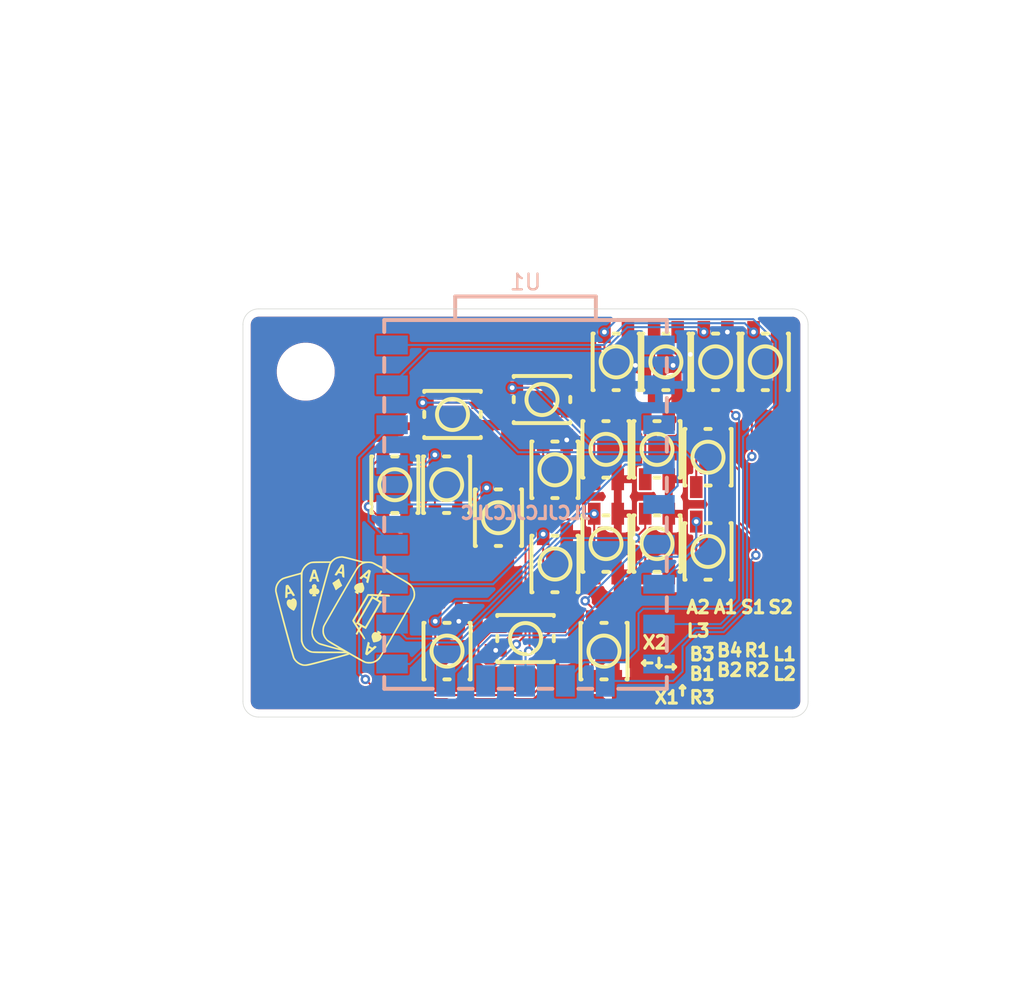
<source format=kicad_pcb>
(kicad_pcb (version 20240108) (generator "pcbnew") (generator_version "8.0")
  (layers (0 "F.Cu" jumper "Front") (31 "B.Cu" signal "Back") (34 "B.Paste" user) (35 "F.Paste" user) (36 "B.SilkS" user "B.Silkscreen") (37 "F.SilkS" user "F.Silkscreen") (38 "B.Mask" user) (39 "F.Mask" user) (44 "Edge.Cuts" user))
  (net 0 "")
  (net 1 "R2")
  (net 2 "GND")
  (net 3 "+5V")
  (net 4 "S2")
  (net 5 "S1")
  (net 6 "UP")
  (net 7 "DOWN")
  (net 8 "RIGHT")
  (net 9 "LEFT")
  (net 10 "B1")
  (net 11 "B2")
  (net 12 "L2")
  (net 13 "B3")
  (net 14 "B4")
  (net 15 "R1")
  (net 16 "L1")
  (net 17 "A1")
  (net 18 "A2")
  (net 19 "L3")
  (net 20 "R3")
  (net 21 "X1")
  (net 22 "X2")
  (net 23 "+3.3V")
  (footprint "easyeda:SW-SMD_4P-L3.6-W3.0-P1.50-LS4.7" (layer "F.Cu") (at 142.975 98.2 90)
    (property "Reference" "SW2" (hide yes))
    (property "Value" "GT-TC030A-H020-L1N")
    (pad "1" smd rect (at -1.9 -0.75 180) (size 0.8 1.4) (layers "F.Cu" "F.Paste" "F.Mask") (net 7 "DOWN"))
    (pad "2" smd rect (at 1.9 -0.75 180) (size 0.8 1.4) (layers "F.Cu" "F.Paste" "F.Mask") (net 7 "DOWN"))
    (pad "3" smd rect (at -1.9 0.75) (size 0.8 1.4) (layers "F.Cu" "F.Paste" "F.Mask") (net 2 "GND"))
    (pad "4" smd rect (at 1.9 0.75) (size 0.8 1.4) (layers "F.Cu" "F.Paste" "F.Mask") (net 2 "GND"))
  )
  (footprint "easyeda:SW-SMD_4P-L3.6-W3.0-P1.50-LS4.7" (layer "F.Cu") (at 149.875 103.25 90)
    (property "Reference" "SW9" (hide yes))
    (property "Value" "GT-TC030A-H020-L1N")
    (pad "1" smd rect (at -1.9 -0.75 180) (size 0.8 1.4) (layers "F.Cu" "F.Paste" "F.Mask") (net 10 "B1"))
    (pad "2" smd rect (at 1.9 -0.75 180) (size 0.8 1.4) (layers "F.Cu" "F.Paste" "F.Mask") (net 10 "B1"))
    (pad "3" smd rect (at -1.9 0.75) (size 0.8 1.4) (layers "F.Cu" "F.Paste" "F.Mask") (net 2 "GND"))
    (pad "4" smd rect (at 1.9 0.75) (size 0.8 1.4) (layers "F.Cu" "F.Paste" "F.Mask") (net 2 "GND"))
  )
  (footprint "easyeda:SW-SMD_4P-L3.6-W3.0-P1.50-LS4.7" (layer "F.Cu") (at 153.125 101.95 90)
    (property "Reference" "SW10" (hide yes))
    (property "Value" "GT-TC030A-H020-L1N")
    (pad "1" smd rect (at -1.9 -0.75 180) (size 0.8 1.4) (layers "F.Cu" "F.Paste" "F.Mask") (net 11 "B2"))
    (pad "2" smd rect (at 1.9 -0.75 180) (size 0.8 1.4) (layers "F.Cu" "F.Paste" "F.Mask") (net 11 "B2"))
    (pad "3" smd rect (at -1.9 0.75) (size 0.8 1.4) (layers "F.Cu" "F.Paste" "F.Mask") (net 2 "GND"))
    (pad "4" smd rect (at 1.9 0.75) (size 0.8 1.4) (layers "F.Cu" "F.Paste" "F.Mask") (net 2 "GND"))
  )
  (footprint "easyeda:SW-SMD_4P-L3.6-W3.0-P1.50-LS4.7" (layer "F.Cu") (at 156.941666 90.375 90)
    (property "Reference" "SW18" (hide yes))
    (property "Value" "GT-TC030A-H020-L1N")
    (pad "1" smd rect (at -1.9 -0.75 180) (size 0.8 1.4) (layers "F.Cu" "F.Paste" "F.Mask") (net 17 "A1"))
    (pad "2" smd rect (at 1.9 -0.75 180) (size 0.8 1.4) (layers "F.Cu" "F.Paste" "F.Mask") (net 17 "A1"))
    (pad "3" smd rect (at -1.9 0.75) (size 0.8 1.4) (layers "F.Cu" "F.Paste" "F.Mask") (net 2 "GND"))
    (pad "4" smd rect (at 1.9 0.75) (size 0.8 1.4) (layers "F.Cu" "F.Paste" "F.Mask") (net 2 "GND"))
  )
  (footprint "easyeda:SW-SMD_4P-L3.6-W3.0-P1.50-LS4.7" (layer "F.Cu") (at 159.625 96.45 90)
    (property "Reference" "SW8" (hide yes))
    (property "Value" "GT-TC030A-H020-L1N")
    (pad "1" smd rect (at -1.9 -0.75 180) (size 0.8 1.4) (layers "F.Cu" "F.Paste" "F.Mask") (net 16 "L1"))
    (pad "2" smd rect (at 1.9 -0.75 180) (size 0.8 1.4) (layers "F.Cu" "F.Paste" "F.Mask") (net 16 "L1"))
    (pad "3" smd rect (at -1.9 0.75) (size 0.8 1.4) (layers "F.Cu" "F.Paste" "F.Mask") (net 2 "GND"))
    (pad "4" smd rect (at 1.9 0.75) (size 0.8 1.4) (layers "F.Cu" "F.Paste" "F.Mask") (net 2 "GND"))
  )
  (footprint "easyeda:SW-SMD_4P-L3.6-W3.0-P1.50-LS4.7" (layer "F.Cu") (at 153.775 90.375 90)
    (property "Reference" "SW17" (hide yes))
    (property "Value" "GT-TC030A-H020-L1N")
    (pad "1" smd rect (at -1.9 -0.75 180) (size 0.8 1.4) (layers "F.Cu" "F.Paste" "F.Mask") (net 18 "A2"))
    (pad "2" smd rect (at 1.9 -0.75 180) (size 0.8 1.4) (layers "F.Cu" "F.Paste" "F.Mask") (net 18 "A2"))
    (pad "3" smd rect (at -1.9 0.75) (size 0.8 1.4) (layers "F.Cu" "F.Paste" "F.Mask") (net 2 "GND"))
    (pad "4" smd rect (at 1.9 0.75) (size 0.8 1.4) (layers "F.Cu" "F.Paste" "F.Mask") (net 2 "GND"))
  )
  (footprint "easyeda:SW-SMD_4P-L3.6-W3.0-P1.50-LS4.7" (layer "F.Cu") (at 160.108332 90.375 90)
    (property "Reference" "SW20" (hide yes))
    (property "Value" "GT-TC030A-H020-L1N" (hide yes))
    (pad "1" smd rect (at -1.9 -0.75 180) (size 0.8 1.4) (layers "F.Cu" "F.Paste" "F.Mask") (net 4 "S2"))
    (pad "2" smd rect (at 1.9 -0.75 180) (size 0.8 1.4) (layers "F.Cu" "F.Paste" "F.Mask") (net 4 "S2"))
    (pad "3" smd rect (at -1.9 0.75) (size 0.8 1.4) (layers "F.Cu" "F.Paste" "F.Mask") (net 2 "GND"))
    (pad "4" smd rect (at 1.9 0.75) (size 0.8 1.4) (layers "F.Cu" "F.Paste" "F.Mask") (net 2 "GND"))
  )
  (footprint "easyeda:SW-SMD_4P-L3.6-W3.0-P1.50-LS4.7" (layer "F.Cu") (at 159.625 102.45 90)
    (property "Reference" "SW12" (hide yes))
    (property "Value" "GT-TC030A-H020-L1N")
    (pad "1" smd rect (at -1.9 -0.75 180) (size 0.8 1.4) (layers "F.Cu" "F.Paste" "F.Mask") (net 12 "L2"))
    (pad "2" smd rect (at 1.9 -0.75 180) (size 0.8 1.4) (layers "F.Cu" "F.Paste" "F.Mask") (net 12 "L2"))
    (pad "3" smd rect (at -1.9 0.75) (size 0.8 1.4) (layers "F.Cu" "F.Paste" "F.Mask") (net 2 "GND"))
    (pad "4" smd rect (at 1.9 0.75) (size 0.8 1.4) (layers "F.Cu" "F.Paste" "F.Mask") (net 2 "GND"))
  )
  (footprint "easyeda:SW-SMD_4P-L3.6-W3.0-P1.50-LS4.7" (layer "F.Cu") (at 156.375 95.95 90)
    (property "Reference" "SW7" (hide yes))
    (property "Value" "GT-TC030A-H020-L1N")
    (pad "1" smd rect (at -1.9 -0.75 180) (size 0.8 1.4) (layers "F.Cu" "F.Paste" "F.Mask") (net 15 "R1"))
    (pad "2" smd rect (at 1.9 -0.75 180) (size 0.8 1.4) (layers "F.Cu" "F.Paste" "F.Mask") (net 15 "R1"))
    (pad "3" smd rect (at -1.9 0.75) (size 0.8 1.4) (layers "F.Cu" "F.Paste" "F.Mask") (net 2 "GND"))
    (pad "4" smd rect (at 1.9 0.75) (size 0.8 1.4) (layers "F.Cu" "F.Paste" "F.Mask") (net 2 "GND"))
  )
  (footprint "easyeda:SW-SMD_4P-L3.6-W3.0-P1.50-LS4.7" (layer "F.Cu") (at 153 108.8 90)
    (property "Reference" "SW15" (hide yes))
    (property "Value" "GT-TC030A-H020-L1N" (hide yes))
    (pad "1" smd rect (at -1.9 -0.75 180) (size 0.8 1.4) (layers "F.Cu" "F.Paste" "F.Mask") (net 20 "R3"))
    (pad "2" smd rect (at 1.9 -0.75 180) (size 0.8 1.4) (layers "F.Cu" "F.Paste" "F.Mask") (net 20 "R3"))
    (pad "3" smd rect (at -1.9 0.75) (size 0.8 1.4) (layers "F.Cu" "F.Paste" "F.Mask") (net 2 "GND"))
    (pad "4" smd rect (at 1.9 0.75) (size 0.8 1.4) (layers "F.Cu" "F.Paste" "F.Mask") (net 2 "GND"))
  )
  (footprint "easyeda:SW-SMD_4P-L3.6-W3.0-P1.50-LS4.7" (layer "F.Cu") (at 139.675 98.2 90)
    (property "Reference" "SW1" (hide yes))
    (property "Value" "GT-TC030A-H020-L1N")
    (pad "1" smd rect (at -1.9 -0.75 180) (size 0.8 1.4) (layers "F.Cu" "F.Paste" "F.Mask") (net 9 "LEFT"))
    (pad "2" smd rect (at 1.9 -0.75 180) (size 0.8 1.4) (layers "F.Cu" "F.Paste" "F.Mask") (net 9 "LEFT"))
    (pad "3" smd rect (at -1.9 0.75) (size 0.8 1.4) (layers "F.Cu" "F.Paste" "F.Mask") (net 2 "GND"))
    (pad "4" smd rect (at 1.9 0.75) (size 0.8 1.4) (layers "F.Cu" "F.Paste" "F.Mask") (net 2 "GND"))
  )
  (footprint "easyeda:SW-SMD_4P-L3.6-W3.0-P1.50-LS4.7" (layer "F.Cu") (at 143.35 93.725)
    (property "Reference" "SW13" (hide yes))
    (property "Value" "GT-TC030A-H020-L1N")
    (pad "1" smd rect (at -1.9 -0.75 90) (size 0.8 1.4) (layers "F.Cu" "F.Paste" "F.Mask") (net 21 "X1"))
    (pad "2" smd rect (at 1.9 -0.75 90) (size 0.8 1.4) (layers "F.Cu" "F.Paste" "F.Mask") (net 21 "X1"))
    (pad "3" smd rect (at -1.9 0.75 270) (size 0.8 1.4) (layers "F.Cu" "F.Paste" "F.Mask") (net 2 "GND"))
    (pad "4" smd rect (at 1.9 0.75 270) (size 0.8 1.4) (layers "F.Cu" "F.Paste" "F.Mask") (net 2 "GND"))
  )
  (footprint "easyeda:SW-SMD_4P-L3.6-W3.0-P1.50-LS4.7" (layer "F.Cu") (at 156.375 101.95 90)
    (property "Reference" "SW11" (hide yes))
    (property "Value" "GT-TC030A-H020-L1N")
    (pad "1" smd rect (at -1.9 -0.75 180) (size 0.8 1.4) (layers "F.Cu" "F.Paste" "F.Mask") (net 1 "R2"))
    (pad "2" smd rect (at 1.9 -0.75 180) (size 0.8 1.4) (layers "F.Cu" "F.Paste" "F.Mask") (net 1 "R2"))
    (pad "3" smd rect (at -1.9 0.75) (size 0.8 1.4) (layers "F.Cu" "F.Paste" "F.Mask") (net 2 "GND"))
    (pad "4" smd rect (at 1.9 0.75) (size 0.8 1.4) (layers "F.Cu" "F.Paste" "F.Mask") (net 2 "GND"))
  )
  (footprint "easyeda:SW-SMD_4P-L3.6-W3.0-P1.50-LS4.7" (layer "F.Cu") (at 148 108)
    (property "Reference" "SW4" (hide yes))
    (property "Value" "GT-TC030A-H020-L1N")
    (pad "1" smd rect (at -1.9 -0.75 90) (size 0.8 1.4) (layers "F.Cu" "F.Paste" "F.Mask") (net 6 "UP"))
    (pad "2" smd rect (at 1.9 -0.75 90) (size 0.8 1.4) (layers "F.Cu" "F.Paste" "F.Mask") (net 6 "UP"))
    (pad "3" smd rect (at -1.9 0.75 270) (size 0.8 1.4) (layers "F.Cu" "F.Paste" "F.Mask") (net 2 "GND"))
    (pad "4" smd rect (at 1.9 0.75 270) (size 0.8 1.4) (layers "F.Cu" "F.Paste" "F.Mask") (net 2 "GND"))
  )
  (footprint "easyeda:SW-SMD_4P-L3.6-W3.0-P1.50-LS4.7" (layer "F.Cu") (at 153.125 95.95 90)
    (property "Reference" "SW6" (hide yes))
    (property "Value" "GT-TC030A-H020-L1N")
    (pad "1" smd rect (at -1.9 -0.75 180) (size 0.8 1.4) (layers "F.Cu" "F.Paste" "F.Mask") (net 14 "B4"))
    (pad "2" smd rect (at 1.9 -0.75 180) (size 0.8 1.4) (layers "F.Cu" "F.Paste" "F.Mask") (net 14 "B4"))
    (pad "3" smd rect (at -1.9 0.75) (size 0.8 1.4) (layers "F.Cu" "F.Paste" "F.Mask") (net 2 "GND"))
    (pad "4" smd rect (at 1.9 0.75) (size 0.8 1.4) (layers "F.Cu" "F.Paste" "F.Mask") (net 2 "GND"))
  )
  (footprint "easyeda:SW-SMD_4P-L3.6-W3.0-P1.50-LS4.7" (layer "F.Cu") (at 143 108.8 90)
    (property "Reference" "SW16" (hide yes))
    (property "Value" "GT-TC030A-H020-L1N")
    (pad "1" smd rect (at -1.9 -0.75 180) (size 0.8 1.4) (layers "F.Cu" "F.Paste" "F.Mask") (net 22 "X2"))
    (pad "2" smd rect (at 1.9 -0.75 180) (size 0.8 1.4) (layers "F.Cu" "F.Paste" "F.Mask") (net 22 "X2"))
    (pad "3" smd rect (at -1.9 0.75) (size 0.8 1.4) (layers "F.Cu" "F.Paste" "F.Mask") (net 2 "GND"))
    (pad "4" smd rect (at 1.9 0.75) (size 0.8 1.4) (layers "F.Cu" "F.Paste" "F.Mask") (net 2 "GND"))
  )
  (footprint "Logo:InfraredAces-logo-8.9x7mm" (layer "F.Cu") (at 136.5 106.25)
    (property "Reference" "G***" (hide yes))
    (property "Value" "LOGO" (hide yes))
  )
  (footprint "easyeda:SW-SMD_4P-L3.6-W3.0-P1.50-LS4.7" (layer "F.Cu") (at 146.275 100.3 90)
    (property "Reference" "SW3" (hide yes))
    (property "Value" "GT-TC030A-H020-L1N")
    (pad "1" smd rect (at -1.9 -0.75 180) (size 0.8 1.4) (layers "F.Cu" "F.Paste" "F.Mask") (net 8 "RIGHT"))
    (pad "2" smd rect (at 1.9 -0.75 180) (size 0.8 1.4) (layers "F.Cu" "F.Paste" "F.Mask") (net 8 "RIGHT"))
    (pad "3" smd rect (at -1.9 0.75) (size 0.8 1.4) (layers "F.Cu" "F.Paste" "F.Mask") (net 2 "GND"))
    (pad "4" smd rect (at 1.9 0.75) (size 0.8 1.4) (layers "F.Cu" "F.Paste" "F.Mask") (net 2 "GND"))
  )
  (footprint "MountingHole:MountingHole_3.2mm_M3" (layer "F.Cu") (at 134 91)
    (property "Reference" "REF**" (hide yes))
    (property "Value" "MountingHole_3.2mm_M3")
    (pad "" np_thru_hole circle (at 0 0) (size 3.2 3.2) (drill 3.2) (layers "*.Cu" "*.Mask"))
  )
  (footprint "easyeda:SW-SMD_4P-L3.6-W3.0-P1.50-LS4.7" (layer "F.Cu") (at 163.274998 90.375 90)
    (property "Reference" "SW19" (hide yes))
    (property "Value" "GT-TC030A-H020-L1N")
    (pad "1" smd rect (at -1.9 -0.75 180) (size 0.8 1.4) (layers "F.Cu" "F.Paste" "F.Mask") (net 5 "S1"))
    (pad "2" smd rect (at 1.9 -0.75 180) (size 0.8 1.4) (layers "F.Cu" "F.Paste" "F.Mask") (net 5 "S1"))
    (pad "3" smd rect (at -1.9 0.75) (size 0.8 1.4) (layers "F.Cu" "F.Paste" "F.Mask") (net 2 "GND"))
    (pad "4" smd rect (at 1.9 0.75) (size 0.8 1.4) (layers "F.Cu" "F.Paste" "F.Mask") (net 2 "GND"))
  )
  (footprint "easyeda:SW-SMD_4P-L3.6-W3.0-P1.50-LS4.7" (layer "F.Cu") (at 149.05 92.775)
    (property "Reference" "SW14" (hide yes))
    (property "Value" "GT-TC030A-H020-L1N")
    (pad "1" smd rect (at -1.9 -0.75 90) (size 0.8 1.4) (layers "F.Cu" "F.Paste" "F.Mask") (net 19 "L3"))
    (pad "2" smd rect (at 1.9 -0.75 90) (size 0.8 1.4) (layers "F.Cu" "F.Paste" "F.Mask") (net 19 "L3"))
    (pad "3" smd rect (at -1.9 0.75 270) (size 0.8 1.4) (layers "F.Cu" "F.Paste" "F.Mask") (net 2 "GND"))
    (pad "4" smd rect (at 1.9 0.75 270) (size 0.8 1.4) (layers "F.Cu" "F.Paste" "F.Mask") (net 2 "GND"))
  )
  (footprint "easyeda:SW-SMD_4P-L3.6-W3.0-P1.50-LS4.7" (layer "F.Cu") (at 149.875 97.25 90)
    (property "Reference" "SW5" (hide yes))
    (property "Value" "GT-TC030A-H020-L1N")
    (pad "1" smd rect (at -1.9 -0.75 180) (size 0.8 1.4) (layers "F.Cu" "F.Paste" "F.Mask") (net 13 "B3"))
    (pad "2" smd rect (at 1.9 -0.75 180) (size 0.8 1.4) (layers "F.Cu" "F.Paste" "F.Mask") (net 13 "B3"))
    (pad "3" smd rect (at -1.9 0.75) (size 0.8 1.4) (layers "F.Cu" "F.Paste" "F.Mask") (net 2 "GND"))
    (pad "4" smd rect (at 1.9 0.75) (size 0.8 1.4) (layers "F.Cu" "F.Paste" "F.Mask") (net 2 "GND"))
  )
  (footprint "easyeda:COMM-SMD_RP2040-ZERO" (layer "B.Cu") (at 148 100 180)
    (property "Reference" "U1" (at 0 14.7 180) (layer "B.SilkS") (effects (justify mirror)))
    (property "Value" "RP2040-ZERO")
    (pad "1" smd rect (at 8.5 10.7 180) (size 2 1.2) (layers "B.Cu" "B.Paste" "B.Mask") (net 5 "S1"))
    (pad "2" smd rect (at 8.5 8.16 180) (size 2 1.2) (layers "B.Cu" "B.Paste" "B.Mask") (net 4 "S2"))
    (pad "3" smd rect (at 8.5 5.62 180) (size 2 1.2) (layers "B.Cu" "B.Paste" "B.Mask") (net 6 "UP"))
    (pad "4" smd rect (at 8.5 3.08 180) (size 2 1.2) (layers "B.Cu" "B.Paste" "B.Mask") (net 7 "DOWN"))
    (pad "5" smd rect (at 8.5 0.54 180) (size 2 1.2) (layers "B.Cu" "B.Paste" "B.Mask") (net 8 "RIGHT"))
    (pad "6" smd rect (at 8.5 -2 180) (size 2 1.2) (layers "B.Cu" "B.Paste" "B.Mask") (net 9 "LEFT"))
    (pad "7" smd rect (at 8.5 -4.54 180) (size 2 1.2) (layers "B.Cu" "B.Paste" "B.Mask") (net 10 "B1"))
    (pad "8" smd rect (at 8.5 -7.08 180) (size 2 1.2) (layers "B.Cu" "B.Paste" "B.Mask") (net 11 "B2"))
    (pad "9" smd rect (at 8.5 -9.62 180) (size 2 1.2) (layers "B.Cu" "B.Paste" "B.Mask") (net 1 "R2"))
    (pad "10" smd rect (at 5.08 -10.7 180) (size 1.2 2) (layers "B.Cu" "B.Paste" "B.Mask") (net 12 "L2"))
    (pad "11" smd rect (at 2.54 -10.7 180) (size 1.2 2) (layers "B.Cu" "B.Paste" "B.Mask") (net 13 "B3"))
    (pad "12" smd rect (at 0 -10.7 180) (size 1.2 2) (layers "B.Cu" "B.Paste" "B.Mask") (net 14 "B4"))
    (pad "13" smd rect (at -2.54 -10.7 180) (size 1.2 2) (layers "B.Cu" "B.Paste" "B.Mask") (net 15 "R1"))
    (pad "14" smd rect (at -5.08 -10.7 180) (size 1.2 2) (layers "B.Cu" "B.Paste" "B.Mask") (net 16 "L1"))
    (pad "15" smd rect (at -8.5 -9.62 180) (size 2 1.2) (layers "B.Cu" "B.Paste" "B.Mask") (net 17 "A1"))
    (pad "16" smd rect (at -8.5 -7.08 180) (size 2 1.2) (layers "B.Cu" "B.Paste" "B.Mask") (net 18 "A2"))
    (pad "17" smd rect (at -8.5 -4.54 180) (size 2 1.2) (layers "B.Cu" "B.Paste" "B.Mask") (net 19 "L3"))
    (pad "18" smd rect (at -8.5 -2 180) (size 2 1.2) (layers "B.Cu" "B.Paste" "B.Mask") (net 20 "R3"))
    (pad "19" smd rect (at -8.5 0.54 180) (size 2 1.2) (layers "B.Cu" "B.Paste" "B.Mask") (net 21 "X1"))
    (pad "20" smd rect (at -8.5 3.08 180) (size 2 1.2) (layers "B.Cu" "B.Paste" "B.Mask") (net 22 "X2"))
    (pad "21" smd rect (at -8.5 5.62 180) (size 2 1.2) (layers "B.Cu" "B.Paste" "B.Mask") (net 23 "+3.3V"))
    (pad "22" smd rect (at -8.5 8.16 180) (size 2 1.2) (layers "B.Cu" "B.Paste" "B.Mask") (net 2 "GND"))
    (pad "23" smd rect (at -8.5 10.7 180) (size 2 1.2) (layers "B.Cu" "B.Paste" "B.Mask") (net 3 "+5V"))
  )
  (gr_arc (start 165 87) (mid 165.707107 87.292893) (end 166 88) (stroke (width 0.0381)) (layer "Edge.Cuts"))
  (gr_arc (start 130 88) (mid 130.292893 87.292893) (end 131 87) (stroke (width 0.0381)) (layer "Edge.Cuts"))
  (gr_arc (start 131 112.999998) (mid 130.292893 112.707105) (end 130 111.999998) (stroke (width 0.0381)) (layer "Edge.Cuts"))
  (gr_line (start 131 113) (end 165 113) (stroke (width 0.0381)) (layer "Edge.Cuts"))
  (gr_line (start 130 88) (end 130 111.999998) (stroke (width 0.0381)) (layer "Edge.Cuts"))
  (gr_line (start 131 87) (end 165 87) (stroke (width 0.0381)) (layer "Edge.Cuts"))
  (gr_line (start 166 112) (end 166 88) (stroke (width 0.0381)) (layer "Edge.Cuts"))
  (gr_arc (start 166 111.999998) (mid 165.707107 112.707105) (end 165 112.999998) (stroke (width 0.0381)) (layer "Edge.Cuts"))
  (gr_text "JLCJLCJLCJLC" (at 148 100 -0) (layer "B.SilkS") (effects (font (size 0.8 0.8) (thickness 0.2) (bold yes)) (justify mirror)))
  (gr_text "S2" (at 164.25 106 0) (layer "F.SilkS") (effects (font (size 0.8 0.8) (thickness 0.2) (bold yes))))
  (gr_text "L3" (at 159 107.5 0) (layer "F.SilkS") (effects (font (size 0.8 0.8) (thickness 0.2) (bold yes))))
  (gr_text "S1" (at 162.5 106 0) (layer "F.SilkS") (effects (font (size 0.8 0.8) (thickness 0.2) (bold yes))))
  (gr_text "R3" (at 159.25 111.75 0) (layer "F.SilkS") (effects (font (size 0.8 0.8) (thickness 0.2) (bold yes))))
  (gr_text "X2" (at 156.25 108.25 0) (layer "F.SilkS") (effects (font (size 0.8 0.8) (thickness 0.2) (bold yes))))
  (gr_text "↓" (at 156.5 109.5 0) (layer "F.SilkS") (effects (font (size 0.8 0.8) (thickness 0.2) (bold yes))))
  (gr_text "R1" (at 162.75 108.75 0) (layer "F.SilkS") (effects (font (size 0.8 0.8) (thickness 0.2) (bold yes))))
  (gr_text "←" (at 155.75 109.5 0) (layer "F.SilkS") (effects (font (size 0.8 0.8) (thickness 0.2) (bold yes))))
  (gr_text "A2" (at 159 106 0) (layer "F.SilkS") (effects (font (size 0.8 0.8) (thickness 0.2) (bold yes))))
  (gr_text "L2" (at 164.5 110.25 0) (layer "F.SilkS") (effects (font (size 0.8 0.8) (thickness 0.2) (bold yes))))
  (gr_text "B3" (at 159.25 109 0) (layer "F.SilkS") (effects (font (size 0.8 0.8) (thickness 0.2) (bold yes))))
  (gr_text "↑" (at 158 111.25 0) (layer "F.SilkS") (effects (font (size 0.8 0.8) (thickness 0.2) (bold yes))))
  (gr_text "L1" (at 164.5 109 0) (layer "F.SilkS") (effects (font (size 0.8 0.8) (thickness 0.2) (bold yes))))
  (gr_text "B2" (at 161 110 0) (layer "F.SilkS") (effects (font (size 0.8 0.8) (thickness 0.2) (bold yes))))
  (gr_text "→" (at 157.25 109.75 0) (layer "F.SilkS") (effects (font (size 0.8 0.8) (thickness 0.2) (bold yes))))
  (gr_text "R2" (at 162.75 110 0) (layer "F.SilkS") (effects (font (size 0.8 0.8) (thickness 0.2) (bold yes))))
  (gr_text "B1" (at 159.25 110.25 0) (layer "F.SilkS") (effects (font (size 0.8 0.8) (thickness 0.2) (bold yes))))
  (gr_text "X1" (at 157 111.75 0) (layer "F.SilkS") (effects (font (size 0.8 0.8) (thickness 0.2) (bold yes))))
  (gr_text "A1" (at 160.75 106 0) (layer "F.SilkS") (effects (font (size 0.8 0.8) (thickness 0.2) (bold yes))))
  (gr_text "B4" (at 161 108.75 0) (layer "F.SilkS") (effects (font (size 0.8 0.8) (thickness 0.2) (bold yes))))
  (segment (start 155.625 102.225) (end 155.625 103.85) (width 0.127) (layer "F.Cu") (net 1))
  (segment (start 155.625 100.975) (end 155.625 100.05) (width 0.127) (layer "F.Cu") (net 1))
  (segment (start 155 101.6) (end 155.625 102.225) (width 0.127) (layer "F.Cu") (net 1))
  (segment (start 155 101.6) (end 155.625 100.975) (width 0.127) (layer "F.Cu") (net 1))
  (via (at 155 101.6) (size 0.6) (drill 0.3) (layers "F.Cu" "B.Cu") (net 1))
  (segment (start 141.993 108.254) (end 140.627 109.62) (width 0.127) (layer "B.Cu") (net 1))
  (segment (start 150.39033 101.6) (end 143.73633 108.254) (width 0.127) (layer "B.Cu") (net 1))
  (segment (start 140.627 109.62) (end 139.5 109.62) (width 0.127) (layer "B.Cu") (net 1))
  (segment (start 155 101.6) (end 150.39033 101.6) (width 0.127) (layer "B.Cu") (net 1))
  (segment (start 143.73633 108.254) (end 141.993 108.254) (width 0.127) (layer "B.Cu") (net 1))
  (segment (start 154.525 91.075) (end 154.525 92.275) (width 0.127) (layer "F.Cu") (net 2))
  (segment (start 157.4 90.6) (end 157.691666 90.891666) (width 0.127) (layer "F.Cu") (net 2))
  (segment (start 147.180091 107.669909) (end 147.180091 106.780091) (width 0.127) (layer "F.Cu") (net 2))
  (segment (start 157.691666 89.094756) (end 157.691666 88.475) (width 0.127) (layer "F.Cu") (net 2))
  (segment (start 157.691666 90.891666) (end 157.691666 92.275) (width 0.127) (layer "F.Cu") (net 2))
  (segment (start 144.25 106.4) (end 143.75 106.9) (width 0.127) (layer "F.Cu") (net 2))
  (segment (start 153.875 94.05) (end 153.875 92.925) (width 0.127) (layer "F.Cu") (net 2))
  (segment (start 146.1 108.75) (end 147.180091 107.669909) (width 0.127) (layer "F.Cu") (net 2))
  (segment (start 155 90.6) (end 154.525 91.075) (width 0.127) (layer "F.Cu") (net 2))
  (segment (start 146.8 106.4) (end 144.25 106.4) (width 0.127) (layer "F.Cu") (net 2))
  (segment (start 153.875 92.925) (end 154.525 92.275) (width 0.127) (layer "F.Cu") (net 2))
  (segment (start 158.498455 89.901545) (end 157.691666 89.094756) (width 0.127) (layer "F.Cu") (net 2))
  (segment (start 157.125 94.05) (end 157.125 92.841666) (width 0.127) (layer "F.Cu") (net 2))
  (segment (start 157.125 92.841666) (end 157.691666 92.275) (width 0.127) (layer "F.Cu") (net 2))
  (segment (start 147.180091 106.780091) (end 146.8 106.4) (width 0.127) (layer "F.Cu") (net 2))
  (via (at 160.858332 88.475) (size 0.6) (drill 0.3) (layers "F.Cu" "B.Cu") (net 2))
  (via (at 146.1 108.75) (size 0.6) (drill 0.3) (layers "F.Cu" "B.Cu") (net 2))
  (via (at 155 90.6) (size 0.6) (drill 0.3) (layers "F.Cu" "B.Cu") (net 2))
  (via (at 157.4 90.6) (size 0.6) (drill 0.3) (layers "F.Cu" "B.Cu") (net 2))
  (via (at 158.498455 89.901545) (size 0.6) (drill 0.3) (layers "F.Cu" "B.Cu") (net 2))
  (via (at 150.625 95.35) (size 0.6) (drill 0.3) (layers "F.Cu" "B.Cu") (net 2))
  (via (at 143.75 106.9) (size 0.6) (drill 0.3) (layers "F.Cu" "B.Cu") (net 2))
  (segment (start 155 90.6) (end 157.4 90.6) (width 0.127) (layer "B.Cu") (net 2))
  (segment (start 159.358332 88.475) (end 159.358332 92.275) (width 0.127) (layer "F.Cu") (net 4))
  (via (at 159.358332 88.475) (size 0.6) (drill 0.3) (layers "F.Cu" "B.Cu") (net 4))
  (segment (start 154.49371 88.1655) (end 153.10521 89.554) (width 0.127) (layer "B.Cu") (net 4))
  (segment (start 153.10521 89.554) (end 141.786 89.554) (width 0.127) (layer "B.Cu") (net 4))
  (segment (start 141.786 89.554) (end 139.5 91.84) (width 0.127) (layer "B.Cu") (net 4))
  (segment (start 159.048832 88.1655) (end 154.49371 88.1655) (width 0.127) (layer "B.Cu") (net 4))
  (segment (start 159.358332 88.475) (end 159.048832 88.1655) (width 0.127) (layer "B.Cu") (net 4))
  (segment (start 162.524998 88.475) (end 162.524998 92.275) (width 0.127) (layer "F.Cu") (net 5))
  (via (at 162.524998 88.475) (size 0.6) (drill 0.3) (layers "F.Cu" "B.Cu") (net 5))
  (segment (start 154.3885 87.9115) (end 161.961498 87.9115) (width 0.127) (layer "B.Cu") (net 5))
  (segment (start 139.5 89.3) (end 153 89.3) (width 0.127) (layer "B.Cu") (net 5))
  (segment (start 161.961498 87.9115) (end 162.524998 88.475) (width 0.127) (layer "B.Cu") (net 5))
  (segment (start 153 89.3) (end 154.3885 87.9115) (width 0.127) (layer "B.Cu") (net 5))
  (segment (start 145 109.131) (end 145.469 109.6) (width 0.127) (layer "F.Cu") (net 6))
  (segment (start 148.419 111.6) (end 149.0095 111.0095) (width 0.127) (layer "F.Cu") (net 6))
  (segment (start 148.6095 109.6) (end 149.0095 110) (width 0.127) (layer "F.Cu") (net 6))
  (segment (start 149.0095 108.1405) (end 149.9 107.25) (width 0.127) (layer "F.Cu") (net 6))
  (segment (start 138.8 111.6) (end 148.419 111.6) (width 0.127) (layer "F.Cu") (net 6))
  (segment (start 149.0095 111.0095) (end 149.0095 109.6) (width 0.127) (layer "F.Cu") (net 6))
  (segment (start 149.0095 109.6) (end 149.0095 108.1405) (width 0.127) (layer "F.Cu") (net 6))
  (segment (start 146.1 107.25) (end 145 108.35) (width 0.127) (layer "F.Cu") (net 6))
  (segment (start 137.8 110.6) (end 138.8 111.6) (width 0.127) (layer "F.Cu") (net 6))
  (segment (start 145 108.35) (end 145 109.131) (width 0.127) (layer "F.Cu") (net 6))
  (segment (start 145.469 109.6) (end 148.6095 109.6) (width 0.127) (layer "F.Cu") (net 6))
  (via (at 137.8 110.6) (size 0.6) (drill 0.3) (layers "F.Cu" "B.Cu") (net 6))
  (segment (start 137.8 110.6) (end 137.4 110.2) (width 0.127) (layer "B.Cu") (net 6))
  (segment (start 137.4 96.48) (end 139.5 94.38) (width 0.127) (layer "B.Cu") (net 6))
  (segment (start 137.4 110.2) (end 137.4 96.48) (width 0.127) (layer "B.Cu") (net 6))
  (segment (start 142.225 96.3) (end 142.225 100.1) (width 0.127) (layer "F.Cu") (net 7))
  (via (at 142.225 96.3) (size 0.6) (drill 0.3) (layers "F.Cu" "B.Cu") (net 7))
  (segment (start 141.605 96.92) (end 142.225 96.3) (width 0.127) (layer "B.Cu") (net 7))
  (segment (start 139.5 96.92) (end 141.605 96.92) (width 0.127) (layer "B.Cu") (net 7))
  (segment (start 145.525 98.4) (end 145.525 102.2) (width 0.127) (layer "F.Cu") (net 8))
  (via (at 145.525 98.4) (size 0.6) (drill 0.3) (layers "F.Cu" "B.Cu") (net 8))
  (segment (start 144.465 99.46) (end 145.525 98.4) (width 0.127) (layer "B.Cu") (net 8))
  (segment (start 139.5 99.46) (end 144.465 99.46) (width 0.127) (layer "B.Cu") (net 8))
  (segment (start 138 99.6) (end 138 97.225) (width 0.127) (layer "F.Cu") (net 9))
  (segment (start 138.925 100.1) (end 138.5 100.1) (width 0.127) (layer "F.Cu") (net 9))
  (segment (start 138.5 100.1) (end 138 99.6) (width 0.127) (layer "F.Cu") (net 9))
  (segment (start 138 97.225) (end 138.925 96.3) (width 0.127) (layer "F.Cu") (net 9))
  (via (at 138 99.6) (size 0.6) (drill 0.3) (layers "F.Cu" "B.Cu") (net 9))
  (segment (start 138 99.6) (end 138 100.5) (width 0.127) (layer "B.Cu") (net 9))
  (segment (start 138 100.5) (end 139.5 102) (width 0.127) (layer "B.Cu") (net 9))
  (segment (start 149.125 105.15) (end 149.125 101.35) (width 0.127) (layer "F.Cu") (net 10))
  (via (at 149.125 101.35) (size 0.6) (drill 0.3) (layers "F.Cu" "B.Cu") (net 10))
  (segment (start 139.5 104.54) (end 145.935 104.54) (width 0.127) (layer "B.Cu") (net 10))
  (segment (start 145.935 104.54) (end 149.125 101.35) (width 0.127) (layer "B.Cu") (net 10))
  (segment (start 152.375 100.05) (end 152.375 103.85) (width 0.127) (layer "F.Cu") (net 11))
  (via (at 152.375 100.05) (size 0.6) (drill 0.3) (layers "F.Cu" "B.Cu") (net 11))
  (segment (start 139.5 107.08) (end 140.42 108) (width 0.127) (layer "B.Cu") (net 11))
  (segment (start 140.42 108) (end 143.63112 108) (width 0.127) (layer "B.Cu") (net 11))
  (segment (start 151.58112 100.05) (end 152.375 100.05) (width 0.127) (layer "B.Cu") (net 11))
  (segment (start 143.63112 108) (end 151.58112 100.05) (width 0.127) (layer "B.Cu") (net 11))
  (segment (start 158.875 104.35) (end 158.875 100.55) (width 0.127) (layer "F.Cu") (net 12))
  (via (at 158.875 100.55) (size 0.6) (drill 0.3) (layers "F.Cu" "B.Cu") (net 12))
  (segment (start 146.34691 107.8) (end 150.55309 107.8) (width 0.127) (layer "B.Cu") (net 12))
  (segment (start 142.92 110.7) (end 145.82 107.8) (width 0.127) (layer "B.Cu") (net 12))
  (segment (start 158.875 101.606) (end 158.875 100.55) (width 0.127) (layer "B.Cu") (net 12))
  (segment (start 145.85309 107.8) (end 145.86659 107.8135) (width 0.127) (layer "B.Cu") (net 12))
  (segment (start 157.6905 102.7905) (end 158.875 101.606) (width 0.127) (layer "B.Cu") (net 12))
  (segment (start 150.55309 107.8) (end 155.56259 102.7905) (width 0.127) (layer "B.Cu") (net 12))
  (segment (start 145.86659 107.8135) (end 146.33341 107.8135) (width 0.127) (layer "B.Cu") (net 12))
  (segment (start 155.56259 102.7905) (end 157.6905 102.7905) (width 0.127) (layer "B.Cu") (net 12))
  (segment (start 146.33341 107.8135) (end 146.34691 107.8) (width 0.127) (layer "B.Cu") (net 12))
  (segment (start 145.82 107.8) (end 145.85309 107.8) (width 0.127) (layer "B.Cu") (net 12))
  (segment (start 148 107.777001) (end 148 100.275) (width 0.127) (layer "F.Cu") (net 13))
  (segment (start 149.125 95.35) (end 149.125 99.15) (width 0.127) (layer "F.Cu") (net 13))
  (segment (start 147.413501 108.3635) (end 148 107.777001) (width 0.127) (layer "F.Cu") (net 13))
  (segment (start 148 100.275) (end 149.125 99.15) (width 0.127) (layer "F.Cu") (net 13))
  (via (at 147.413501 108.3635) (size 0.6) (drill 0.3) (layers "F.Cu" "B.Cu") (net 13))
  (segment (start 147.413501 108.3635) (end 145.46 110.317001) (width 0.127) (layer "B.Cu") (net 13))
  (segment (start 145.46 110.317001) (end 145.46 110.7) (width 0.127) (layer "B.Cu") (net 13))
  (segment (start 148.2 108.8) (end 148.2 108.59079) (width 0.127) (layer "F.Cu") (net 14))
  (segment (start 148.254 100.746) (end 148.6 100.4) (width 0.127) (layer "F.Cu") (net 14))
  (segment (start 148.6 100.4) (end 151.1 100.4) (width 0.127) (layer "F.Cu") (net 14))
  (segment (start 151.4 100.1) (end 151.4 98.825) (width 0.127) (layer "F.Cu") (net 14))
  (segment (start 148.254 108.53679) (end 148.254 100.746) (width 0.127) (layer "F.Cu") (net 14))
  (segment (start 151.1 100.4) (end 151.4 100.1) (width 0.127) (layer "F.Cu") (net 14))
  (segment (start 151.4 98.825) (end 152.375 97.85) (width 0.127) (layer "F.Cu") (net 14))
  (segment (start 148.2 108.59079) (end 148.254 108.53679) (width 0.127) (layer "F.Cu") (net 14))
  (segment (start 152.375 94.05) (end 152.375 97.85) (width 0.127) (layer "F.Cu") (net 14))
  (via (at 148.2 108.8) (size 0.6) (drill 0.3) (layers "F.Cu" "B.Cu") (net 14))
  (segment (start 148 110.7) (end 148 109) (width 0.127) (layer "B.Cu") (net 14))
  (segment (start 148 109) (end 148.2 108.8) (width 0.127) (layer "B.Cu") (net 14))
  (segment (start 158.1 93.5) (end 157.8 93.8) (width 0.127) (layer "F.Cu") (net 15))
  (segment (start 157.8 93.8) (end 157.8 94.856) (width 0.127) (layer "F.Cu") (net 15))
  (segment (start 156.675 95.1) (end 155.625 94.05) (width 0.127) (layer "F.Cu") (net 15))
  (segment (start 161.4 93.8) (end 161.1 93.5) (width 0.127) (layer "F.Cu") (net 15))
  (segment (start 157.8 94.856) (end 157.556 95.1) (width 0.127) (layer "F.Cu") (net 15))
  (segment (start 155.625 94.05) (end 155.625 97.85) (width 0.127) (layer "F.Cu") (net 15))
  (segment (start 157.556 95.1) (end 156.675 95.1) (width 0.127) (layer "F.Cu") (net 15))
  (segment (start 161.1 93.5) (end 158.1 93.5) (width 0.127) (layer "F.Cu") (net 15))
  (via (at 161.4 93.8) (size 0.6) (drill 0.3) (layers "F.Cu" "B.Cu") (net 15))
  (segment (start 161.4 93.8) (end 161.6 94) (width 0.127) (layer "B.Cu") (net 15))
  (segment (start 155.2 108.7) (end 154.3905 109.5095) (width 0.127) (layer "B.Cu") (net 15))
  (segment (start 155.2 106.4) (end 155.2 108.7) (width 0.127) (layer "B.Cu") (net 15))
  (segment (start 154.3905 109.5095) (end 151.7305 109.5095) (width 0.127) (layer "B.Cu") (net 15))
  (segment (start 161.04079 106.1) (end 155.5 106.1) (width 0.127) (layer "B.Cu") (net 15))
  (segment (start 161.6 105.54079) (end 161.04079 106.1) (width 0.127) (layer "B.Cu") (net 15))
  (segment (start 155.5 106.1) (end 155.2 106.4) (width 0.127) (layer "B.Cu") (net 15))
  (segment (start 161.6 94) (end 161.6 105.54079) (width 0.127) (layer "B.Cu") (net 15))
  (segment (start 151.7305 109.5095) (end 150.54 110.7) (width 0.127) (layer "B.Cu") (net 15))
  (segment (start 162.6715 101.6715) (end 161.6 100.6) (width 0.127) (layer "F.Cu") (net 16))
  (segment (start 158.875 94.55) (end 158.875 98.35) (width 0.127) (layer "F.Cu") (net 16))
  (segment (start 161.6 97.275) (end 158.875 94.55) (width 0.127) (layer "F.Cu") (net 16))
  (segment (start 161.6 100.6) (end 161.6 97.275) (width 0.127) (layer "F.Cu") (net 16))
  (segment (start 162.6715 102.6905) (end 162.6715 101.6715) (width 0.127) (layer "F.Cu") (net 16))
  (via (at 162.6715 102.6905) (size 0.6) (drill 0.3) (layers "F.Cu" "B.Cu") (net 16))
  (segment (start 158.89121 107.588) (end 158 108.47921) (width 0.127) (layer "B.Cu") (net 16))
  (segment (start 162.6715 102.6905) (end 162.362 103) (width 0.127) (layer "B.Cu") (net 16))
  (segment (start 162.362 105.85642) (end 160.63042 107.588) (width 0.127) (layer "B.Cu") (net 16))
  (segment (start 157.401 110.7) (end 153.08 110.7) (width 0.127) (layer "B.Cu") (net 16))
  (segment (start 158 110.101) (end 157.401 110.7) (width 0.127) (layer "B.Cu") (net 16))
  (segment (start 160.63042 107.588) (end 158.89121 107.588) (width 0.127) (layer "B.Cu") (net 16))
  (segment (start 162.362 103) (end 162.362 105.85642) (width 0.127) (layer "B.Cu") (net 16))
  (segment (start 158 108.47921) (end 158 110.101) (width 0.127) (layer "B.Cu") (net 16))
  (segment (start 158.4 92.8) (end 158.4 90.683334) (width 0.127) (layer "F.Cu") (net 17))
  (segment (start 161.56241 93.1655) (end 158.7655 93.1655) (width 0.127) (layer "F.Cu") (net 17))
  (segment (start 158.7655 93.1655) (end 158.4 92.8) (width 0.127) (layer "F.Cu") (net 17))
  (segment (start 162.4175 94.02059) (end 161.56241 93.1655) (width 0.127) (layer "F.Cu") (net 17))
  (segment (start 158.4 90.683334) (end 156.191666 88.475) (width 0.127) (layer "F.Cu") (net 17))
  (segment (start 162.4175 96.4) (end 162.4175 94.02059) (width 0.127) (layer "F.Cu") (net 17))
  (segment (start 156.191666 88.475) (end 156.191666 92.275) (width 0.127) (layer "F.Cu") (net 17))
  (via (at 162.4175 96.4) (size 0.6) (drill 0.3) (layers "F.Cu" "B.Cu") (net 17))
  (segment (start 162.4175 96.4) (end 162.108 96.7095) (width 0.127) (layer "B.Cu") (net 17))
  (segment (start 162.108 105.75121) (end 160.52521 107.334) (width 0.127) (layer "B.Cu") (net 17))
  (segment (start 162.108 96.7095) (end 162.108 105.75121) (width 0.127) (layer "B.Cu") (net 17))
  (segment (start 160.52521 107.334) (end 158.786 107.334) (width 0.127) (layer "B.Cu") (net 17))
  (segment (start 158.786 107.334) (end 156.5 109.62) (width 0.127) (layer "B.Cu") (net 17))
  (segment (start 153.025 88.475) (end 153.025 92.275) (width 0.127) (layer "F.Cu") (net 18))
  (via (at 153.025 88.475) (size 0.6) (drill 0.3) (layers "F.Cu" "B.Cu") (net 18))
  (segment (start 162.504408 87.6575) (end 153.8425 87.6575) (width 0.127) (layer "B.Cu") (net 18))
  (segment (start 163.9365 93.0635) (end 163.9365 89.089592) (width 0.127) (layer "B.Cu") (net 18))
  (segment (start 161.854 95.146) (end 163.9365 93.0635) (width 0.127) (layer "B.Cu") (net 18))
  (segment (start 163.9365 89.089592) (end 162.504408 87.6575) (width 0.127) (layer "B.Cu") (net 18))
  (segment (start 160.42 107.08) (end 161.854 105.646) (width 0.127) (layer "B.Cu") (net 18))
  (segment (start 153.8425 87.6575) (end 153.025 88.475) (width 0.127) (layer "B.Cu") (net 18))
  (segment (start 161.854 105.646) (end 161.854 95.146) (width 0.127) (layer "B.Cu") (net 18))
  (segment (start 156.5 107.08) (end 160.42 107.08) (width 0.127) (layer "B.Cu") (net 18))
  (segment (start 150.95 92.025) (end 147.15 92.025) (width 0.127) (layer "F.Cu") (net 19))
  (via (at 147.15 92.025) (size 0.6) (drill 0.3) (layers "F.Cu" "B.Cu") (net 19))
  (segment (start 157.6 95.6) (end 152.2 95.6) (width 0.127) (layer "B.Cu") (net 19))
  (segment (start 156.5 104.54) (end 159.4385 101.6015) (width 0.127) (layer "B.Cu") (net 19))
  (segment (start 159.4385 101.6015) (end 159.4385 97.4385) (width 0.127) (layer "B.Cu") (net 19))
  (segment (start 159.4385 97.4385) (end 157.6 95.6) (width 0.127) (layer "B.Cu") (net 19))
  (segment (start 148.625 92.025) (end 147.15 92.025) (width 0.127) (layer "B.Cu") (net 19))
  (segment (start 152.2 95.6) (end 148.625 92.025) (width 0.127) (layer "B.Cu") (net 19))
  (segment (start 152.25 106.05) (end 151.8 105.6) (width 0.127) (layer "F.Cu") (net 20))
  (segment (start 152.25 106.9) (end 152.25 110.7) (width 0.127) (layer "F.Cu") (net 20))
  (segment (start 152.25 106.9) (end 152.25 106.05) (width 0.127) (layer "F.Cu") (net 20))
  (via (at 151.8 105.6) (size 0.6) (drill 0.3) (layers "F.Cu" "B.Cu") (net 20))
  (segment (start 155.4 102) (end 151.8 105.6) (width 0.127) (layer "B.Cu") (net 20))
  (segment (start 156.5 102) (end 155.4 102) (width 0.127) (layer "B.Cu") (net 20))
  (segment (start 145.25 92.975) (end 141.45 92.975) (width 0.127) (layer "F.Cu") (net 21))
  (via (at 141.45 92.975) (size 0.6) (drill 0.3) (layers "F.Cu" "B.Cu") (net 21))
  (segment (start 147.5295 96.1295) (end 144.375 92.975) (width 0.127) (layer "B.Cu") (net 21))
  (segment (start 156.5 99.46) (end 157.6905 98.2695) (width 0.127) (layer "B.Cu") (net 21))
  (segment (start 157.6905 96.1295) (end 147.5295 96.1295) (width 0.127) (layer "B.Cu") (net 21))
  (segment (start 144.375 92.975) (end 141.45 92.975) (width 0.127) (layer "B.Cu") (net 21))
  (segment (start 157.6905 98.2695) (end 157.6905 96.1295) (width 0.127) (layer "B.Cu") (net 21))
  (segment (start 142.25 106.9) (end 142.25 110.7) (width 0.127) (layer "F.Cu") (net 22))
  (via (at 142.25 106.9) (size 0.6) (drill 0.3) (layers "F.Cu" "B.Cu") (net 22))
  (segment (start 145.67191 105.6) (end 143.55 105.6) (width 0.127) (layer "B.Cu") (net 22))
  (segment (start 143.55 105.6) (end 142.25 106.9) (width 0.127) (layer "B.Cu") (net 22))
  (segment (start 154.35191 96.92) (end 145.67191 105.6) (width 0.127) (layer "B.Cu") (net 22))
  (segment (start 156.5 96.92) (end 154.35191 96.92) (width 0.127) (layer "B.Cu") (net 22))
  (zone (net 2) (net_name "GND") (layers "F&B.Cu") (connect_pads (clearance 0)) (min_thickness 0.25) (fill yes (thermal_gap 0.5) (thermal_bridge_width 0.5))
    (polygon (pts (xy 179.775 67.325) (xy 179.775 130.925) (xy 114.525 130.925) (xy 114.525 67.325)))
  )
)
</source>
